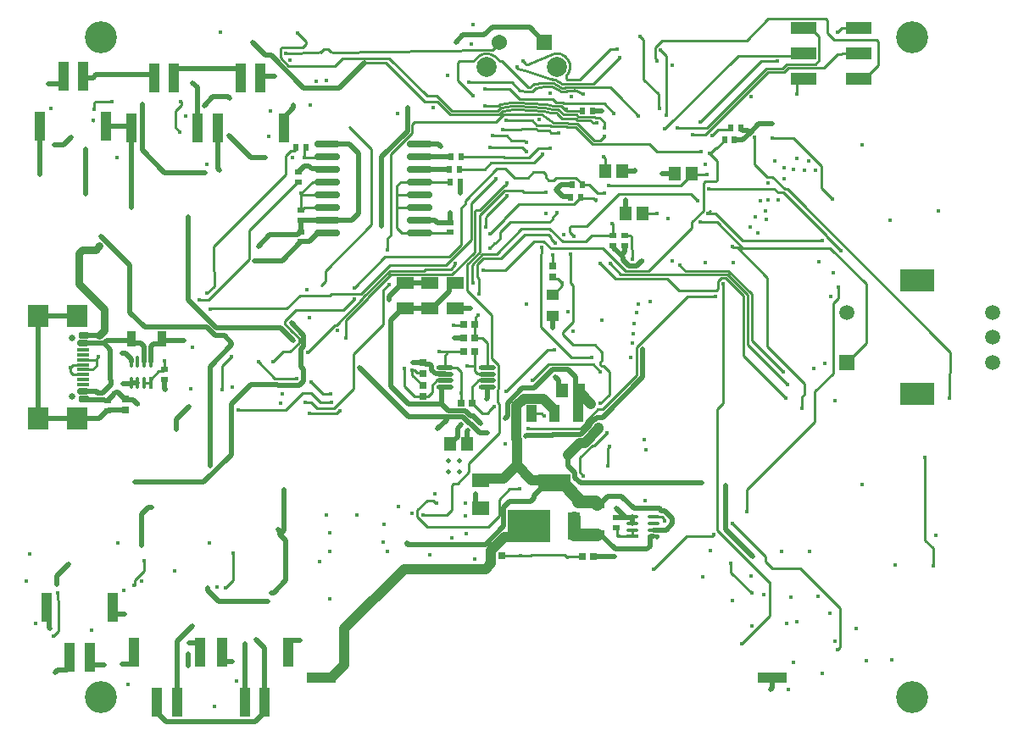
<source format=gbl>
G04*
G04 #@! TF.GenerationSoftware,Altium Limited,Altium Designer,22.1.2 (22)*
G04*
G04 Layer_Physical_Order=4*
G04 Layer_Color=16711680*
%FSLAX44Y44*%
%MOMM*%
G71*
G04*
G04 #@! TF.SameCoordinates,580B55D7-DBA2-4C77-87B0-4A933D30A280*
G04*
G04*
G04 #@! TF.FilePolarity,Positive*
G04*
G01*
G75*
%ADD14C,0.2540*%
%ADD15R,0.7500X0.6500*%
%ADD20R,0.6500X0.7500*%
%ADD21R,0.6400X0.5400*%
%ADD28R,0.3750X1.1565*%
G04:AMPARAMS|DCode=29|XSize=1.1565mm|YSize=0.375mm|CornerRadius=0.1875mm|HoleSize=0mm|Usage=FLASHONLY|Rotation=90.000|XOffset=0mm|YOffset=0mm|HoleType=Round|Shape=RoundedRectangle|*
%AMROUNDEDRECTD29*
21,1,1.1565,0.0000,0,0,90.0*
21,1,0.7815,0.3750,0,0,90.0*
1,1,0.3750,0.0000,0.3908*
1,1,0.3750,0.0000,-0.3908*
1,1,0.3750,0.0000,-0.3908*
1,1,0.3750,0.0000,0.3908*
%
%ADD29ROUNDEDRECTD29*%
%ADD37R,0.5400X0.6400*%
%ADD38R,0.9000X1.6500*%
%ADD43R,1.2000X1.1000*%
%ADD44R,1.8000X1.3500*%
%ADD45R,0.6500X0.5500*%
%ADD46R,0.5500X0.6500*%
%ADD95C,0.6500*%
%ADD99R,1.5400X1.5400*%
%ADD100C,1.5400*%
%ADD101C,2.0000*%
%ADD104C,0.5000*%
%ADD106C,0.5080*%
%ADD108C,0.7620*%
%ADD110C,1.0000*%
%ADD111R,3.5000X2.3000*%
%ADD112R,1.5000X1.5000*%
%ADD113C,1.5000*%
%ADD114C,3.2000*%
%ADD115C,0.4500*%
%ADD116C,0.4000*%
%ADD117R,2.5400X1.2700*%
%ADD118R,1.1500X0.3000*%
G04:AMPARAMS|DCode=119|XSize=0.6mm|YSize=1.15mm|CornerRadius=0.15mm|HoleSize=0mm|Usage=FLASHONLY|Rotation=90.000|XOffset=0mm|YOffset=0mm|HoleType=Round|Shape=RoundedRectangle|*
%AMROUNDEDRECTD119*
21,1,0.6000,0.8500,0,0,90.0*
21,1,0.3000,1.1500,0,0,90.0*
1,1,0.3000,0.4250,0.1500*
1,1,0.3000,0.4250,-0.1500*
1,1,0.3000,-0.4250,-0.1500*
1,1,0.3000,-0.4250,0.1500*
%
%ADD119ROUNDEDRECTD119*%
G04:AMPARAMS|DCode=120|XSize=0.6mm|YSize=1.1mm|CornerRadius=0.15mm|HoleSize=0mm|Usage=FLASHONLY|Rotation=90.000|XOffset=0mm|YOffset=0mm|HoleType=Round|Shape=RoundedRectangle|*
%AMROUNDEDRECTD120*
21,1,0.6000,0.8000,0,0,90.0*
21,1,0.3000,1.1000,0,0,90.0*
1,1,0.3000,0.4000,0.1500*
1,1,0.3000,0.4000,-0.1500*
1,1,0.3000,-0.4000,-0.1500*
1,1,0.3000,-0.4000,0.1500*
%
%ADD120ROUNDEDRECTD120*%
%ADD121R,2.0000X2.1800*%
%ADD122R,1.0000X3.0000*%
%ADD123R,3.0000X1.0000*%
%ADD124O,1.7000X0.4500*%
%ADD125R,1.1565X0.3750*%
G04:AMPARAMS|DCode=126|XSize=1.1565mm|YSize=0.375mm|CornerRadius=0.1875mm|HoleSize=0mm|Usage=FLASHONLY|Rotation=0.000|XOffset=0mm|YOffset=0mm|HoleType=Round|Shape=RoundedRectangle|*
%AMROUNDEDRECTD126*
21,1,1.1565,0.0000,0,0,0.0*
21,1,0.7815,0.3750,0,0,0.0*
1,1,0.3750,0.3908,0.0000*
1,1,0.3750,-0.3908,0.0000*
1,1,0.3750,-0.3908,0.0000*
1,1,0.3750,0.3908,0.0000*
%
%ADD126ROUNDEDRECTD126*%
%ADD127R,1.2000X1.4000*%
%ADD128R,1.6500X0.9000*%
%ADD129R,1.7062X1.1544*%
%ADD130O,2.6000X0.7000*%
%ADD131R,1.1500X1.1000*%
%ADD132R,4.3500X3.2000*%
%ADD133R,3.2500X1.7000*%
%ADD134R,1.0000X1.7000*%
%ADD135C,1.2700*%
D14*
X299390Y675022D02*
G03*
X299485Y675113I-1706J1882D01*
G01*
X297617Y674256D02*
G03*
X299271Y674913I-52J2539D01*
G01*
X309409Y675219D02*
G03*
X311240Y674475I1796J1796D01*
G01*
X553067Y636749D02*
G03*
X553548Y636599I992J2338D01*
G01*
X530218Y644242D02*
G03*
X531535Y643902I4832J15996D01*
G01*
X544434Y650855D02*
G03*
X529891Y672464I-9384J9383D01*
G01*
X530756Y647682D02*
G03*
X533205Y647097I4294J12556D01*
G01*
X529734Y640802D02*
G03*
X529783Y640788I5316J19436D01*
G01*
X473670Y670240D02*
G03*
X456230Y670240I-8720J-10002D01*
G01*
X554529Y636348D02*
G03*
X554054Y636495I-986J-2341D01*
G01*
X437228Y665506D02*
G03*
X437227Y665506I1796J-1796D01*
G01*
X464950Y676948D02*
G03*
X464681Y676946I0J-16710D01*
G01*
X759940Y658690D02*
X764190Y662940D01*
X765690D01*
X744198Y658690D02*
X759940D01*
X766000Y659500D02*
X802000D01*
X761750Y655250D02*
X766000Y659500D01*
X745623Y655250D02*
X761750D01*
X765690Y662940D02*
X765750Y663000D01*
X793440D01*
X684663Y599155D02*
X744198Y658690D01*
X683178Y592805D02*
X745623Y655250D01*
X802000Y659500D02*
X815257Y672757D01*
X818807D01*
X793440Y663000D02*
X797038Y666598D01*
X655359Y599155D02*
X684663D01*
X670618Y592805D02*
X683178D01*
X716058Y671580D02*
X779378D01*
X642480Y598002D02*
X716058Y671580D01*
X775000Y633399D02*
Y643520D01*
X780080Y648600D02*
X781798D01*
X775000Y643520D02*
X780080Y648600D01*
X819400Y699400D02*
X836398D01*
X746290Y708290D02*
X803722D01*
X633150Y679745D02*
X636413Y683008D01*
X724500Y686500D02*
X746290Y708290D01*
X640250Y686500D02*
X724500D01*
X636758Y683008D02*
X640250Y686500D01*
X636413Y683008D02*
X636758D01*
X797038Y666598D02*
Y690510D01*
X788148Y699400D02*
X797038Y690510D01*
X781798Y699400D02*
X788148D01*
X818807Y672757D02*
X820051Y674000D01*
X836398D01*
X779378Y671580D02*
X781798Y674000D01*
X803722Y708290D02*
X805210Y706802D01*
Y694040D02*
Y706802D01*
Y694040D02*
X812250Y687000D01*
X854262D01*
X855750Y685512D01*
Y661602D02*
Y685512D01*
X842748Y648600D02*
X855750Y661602D01*
X836398Y648600D02*
X842748D01*
X633150Y668559D02*
Y679745D01*
Y668559D02*
X635169Y666540D01*
Y666010D02*
Y666540D01*
X815000Y695000D02*
X819400Y699400D01*
X720000Y84000D02*
X747250Y111250D01*
Y145648D01*
X701342Y324371D02*
Y443778D01*
X695290Y318318D02*
X701342Y324371D01*
X695290Y197460D02*
Y318318D01*
Y197460D02*
X747096Y145654D01*
X201000Y337500D02*
Y361001D01*
X210439Y370440D01*
X304764Y569795D02*
X305618Y570648D01*
X292945Y569795D02*
X304764D01*
X292400Y569250D02*
X292945Y569795D01*
X283250Y569250D02*
X292400D01*
X283000D02*
X283250D01*
X273929Y579180D02*
X274250Y579500D01*
X273929Y578820D02*
Y579180D01*
Y576524D02*
Y578820D01*
X269147Y576524D02*
X273929D01*
X264180Y571557D02*
X269147Y576524D01*
X264180Y552547D02*
Y571557D01*
X192446Y480813D02*
X264180Y552547D01*
X192446Y456079D02*
Y480813D01*
Y456079D02*
X192861Y455664D01*
Y441153D02*
Y455664D01*
X185486Y433777D02*
X192861Y441153D01*
X283000Y578250D02*
X284250Y579500D01*
X283000Y569250D02*
Y578250D01*
X187335Y427750D02*
X227680Y468094D01*
Y496930D01*
X276000Y545250D01*
X276500D01*
X178000Y427750D02*
X187335D01*
X37209Y96209D02*
Y127143D01*
X36604Y127748D02*
X37209Y127143D01*
X36604Y127748D02*
Y134473D01*
X548789Y444396D02*
Y473136D01*
Y444396D02*
X551533Y441652D01*
Y405614D02*
Y441652D01*
X546420Y400500D02*
X551533Y405614D01*
X677813Y505170D02*
X694816D01*
X720634Y479352D02*
X807756D01*
X686226Y513583D02*
X693417D01*
X694816Y505170D02*
X720634Y479352D01*
X720594Y486406D02*
X800433D01*
X693417Y513583D02*
X720594Y486406D01*
X686999Y538087D02*
X752290D01*
X755877Y534500D01*
X761218D01*
X614750Y379779D02*
X665626Y430654D01*
X614750Y351952D02*
Y379779D01*
X580498Y317699D02*
X614750Y351952D01*
X730742Y183742D02*
X743693Y170792D01*
Y165607D02*
Y170792D01*
X710307Y204177D02*
X730742Y183742D01*
X390250Y352393D02*
Y357250D01*
X401405Y354179D02*
X401643Y353942D01*
X392779Y356971D02*
X395571Y354179D01*
X390529Y356971D02*
X392779D01*
X395571Y354179D02*
X401405D01*
X390250Y357250D02*
X390529Y356971D01*
X390250Y352393D02*
X401143Y341500D01*
X401643D01*
X332048Y373318D02*
X361704Y402975D01*
Y437084D01*
X367274Y442654D01*
X332048Y338518D02*
Y373318D01*
X113068Y141659D02*
X113443Y142034D01*
Y147320D02*
X122842Y156719D01*
Y166750D01*
X113443Y142034D02*
Y147320D01*
X369318Y573090D02*
X390460Y594232D01*
Y602249D02*
X393238Y605027D01*
X390460Y594232D02*
Y602249D01*
X369318Y492113D02*
Y573090D01*
X375454Y532548D02*
X387923D01*
X397617D01*
X387923D02*
Y533018D01*
X375978Y519848D02*
X397617D01*
X375454Y541760D02*
X378943Y545248D01*
X375454Y532548D02*
Y541760D01*
X378943Y545248D02*
X397617D01*
X375454Y520372D02*
X375978Y519848D01*
X375454Y498985D02*
Y520372D01*
Y532548D01*
X365878Y488673D02*
X369318Y492113D01*
X261273Y375296D02*
X268424D01*
X270232Y396303D02*
X270324D01*
X268424Y375296D02*
X277570Y384443D01*
X262986Y405746D02*
X274393Y417153D01*
X277570Y384443D02*
Y389057D01*
X262986Y403550D02*
X270232Y396303D01*
X270324D02*
X277570Y389057D01*
X262986Y403550D02*
Y405746D01*
X71750Y605970D02*
Y606500D01*
X540105Y444250D02*
X540500D01*
X531368Y432654D02*
X540221Y441506D01*
Y443971D01*
X540500Y444250D01*
X532563Y448119D02*
X536236D01*
X530583Y450099D02*
X532563Y448119D01*
X536236D02*
X540105Y444250D01*
X530868Y432654D02*
X531368D01*
X732708Y562925D02*
Y590154D01*
X750065Y550433D02*
X762558Y537940D01*
X745200Y550433D02*
X750065D01*
X762558Y537940D02*
X765239D01*
X732708Y562925D02*
X745200Y550433D01*
X765239Y537940D02*
X928270Y374909D01*
Y354794D02*
Y374909D01*
X771127Y589000D02*
X799014Y561113D01*
Y539453D02*
X810000Y528467D01*
X799014Y539453D02*
Y561113D01*
X750000Y589000D02*
X771127D01*
X708500Y155000D02*
X729500Y134000D01*
X708500Y155000D02*
Y163750D01*
X72500Y617500D02*
Y623701D01*
X74049Y625250D01*
X90500D01*
X153750Y615750D02*
X159755Y621755D01*
Y625245D01*
X159500Y625500D02*
X159755Y625245D01*
X153750Y599769D02*
Y615750D01*
Y599769D02*
X158592Y594927D01*
X815250Y77250D02*
Y77780D01*
X818070Y80600D02*
Y118940D01*
X815250Y77780D02*
X818070Y80600D01*
X32500Y91500D02*
X37209Y96209D01*
X452889Y402420D02*
X453920Y403451D01*
Y409980D01*
X456045Y412105D01*
Y412500D01*
X452889Y388920D02*
Y402420D01*
X299271Y674913D02*
X299390Y675022D01*
X311240Y674475D02*
X311245Y674475D01*
X299485Y675113D02*
X302193Y677820D01*
X306807D02*
X309408Y675219D01*
X264354Y673720D02*
X297617Y674256D01*
X311245Y674475D02*
X464681Y676946D01*
X309408Y675219D02*
X309409Y675219D01*
X302193Y677820D02*
X306807D01*
X557908Y647069D02*
X588589Y677750D01*
X595500D01*
X470998Y591263D02*
X484773D01*
X489188Y586848D01*
X480750Y597250D02*
X499065D01*
X500211Y598396D01*
X489188Y586848D02*
X502532D01*
X500211Y598396D02*
X514272D01*
X484250Y606750D02*
X484290Y606790D01*
X510187D01*
X301336Y333000D02*
X308750D01*
X289244Y345093D02*
X301336Y333000D01*
X658200Y461614D02*
X663586Y456228D01*
X658200Y461614D02*
Y462050D01*
X663586Y456228D02*
X706499D01*
X463761Y500261D02*
Y509442D01*
X463750Y500250D02*
X463761Y500261D01*
X482939Y509034D02*
X497253Y523348D01*
X482939Y508189D02*
Y509034D01*
X468250Y493500D02*
X482939Y508189D01*
X497253Y523348D02*
X551862D01*
X506500Y298500D02*
X558092D01*
X563540Y303948D01*
X431960Y402210D02*
X441679D01*
X441889Y402420D01*
X431750Y402000D02*
X431960Y402210D01*
X520750Y572756D02*
Y573000D01*
X512066Y564072D02*
X520750Y572756D01*
X469477Y564072D02*
X512066D01*
X778329Y158681D02*
X818070Y118940D01*
X529019Y594500D02*
X537250D01*
X527258Y596261D02*
X529019Y594500D01*
X477345Y211387D02*
Y227845D01*
X466457Y200500D02*
X477345Y211387D01*
Y227845D02*
X487863Y238363D01*
X498070D01*
X288318Y314158D02*
X315170D01*
X317621Y316609D02*
X318016D01*
X315170Y314158D02*
X317621Y316609D01*
X295644Y318967D02*
X312497D01*
X299181Y324537D02*
X310190D01*
X289611Y325000D02*
X295644Y318967D01*
X312497D02*
X332048Y338518D01*
X631373Y158239D02*
X664384Y191250D01*
X689720D01*
X691406Y192936D02*
X691936D01*
X689720Y191250D02*
X691406Y192936D01*
X251752Y365775D02*
X261273Y375296D01*
X510538Y346962D02*
X526287Y362710D01*
X571169D01*
X526000Y377500D02*
X532596D01*
X484000Y335500D02*
X526000Y377500D01*
X447500Y263967D02*
X477734Y294201D01*
X469679Y369003D02*
X476655Y362027D01*
X475854Y324750D02*
Y337398D01*
Y324750D02*
X477734Y322869D01*
X475854Y337398D02*
X476655Y338200D01*
X477734Y294201D02*
Y322869D01*
X476655Y338200D02*
Y362027D01*
X571169Y362710D02*
X578596Y355283D01*
X435908Y243500D02*
X447500Y255092D01*
X430000Y242012D02*
X431488Y243500D01*
X430000Y217250D02*
Y242012D01*
X431488Y243500D02*
X435908D01*
X447500Y255092D02*
Y263967D01*
X425331Y212581D02*
X430000Y217250D01*
X405530Y200500D02*
X466457D01*
X395849Y210181D02*
X405530Y200500D01*
X401643Y212581D02*
X425331D01*
X521855Y311250D02*
X522250D01*
X519605Y313500D02*
X521855Y311250D01*
X510000Y313500D02*
X519605D01*
X578550Y323629D02*
X587480Y332559D01*
X576077Y317699D02*
X580498D01*
X563540Y305449D02*
X569771Y311680D01*
X570057D02*
X576077Y317699D01*
X569771Y311680D02*
X570057D01*
X563540Y303948D02*
Y305449D01*
X518736Y400496D02*
Y472759D01*
Y400496D02*
X549591Y369641D01*
X569519D01*
X572487Y282080D02*
X585233Y294826D01*
X558038Y255165D02*
Y269709D01*
X570409Y282080D02*
X572487D01*
X558038Y269709D02*
X570409Y282080D01*
X587480Y332559D02*
Y355283D01*
X561583Y251090D02*
Y251620D01*
X558038Y255165D02*
X561583Y251620D01*
X586039Y261276D02*
Y278713D01*
X587920Y280594D01*
Y281124D01*
X750619Y158681D02*
X778329D01*
X743693Y165607D02*
X750619Y158681D01*
X382393Y341147D02*
X393039Y330500D01*
X401643D01*
X468090Y478906D02*
X472864Y483680D01*
X473683D02*
X478127Y488125D01*
X472864Y483680D02*
X473683D01*
X499000Y172000D02*
X508987D01*
X480500D02*
X499000D01*
X411568Y226552D02*
X414120Y224000D01*
X414650D01*
X405318Y226552D02*
X411568D01*
X450089Y462224D02*
X460977Y473113D01*
X455205Y450325D02*
Y462476D01*
X461778Y469049D01*
X450089Y446850D02*
Y462224D01*
X451419Y444050D02*
Y445520D01*
X461865Y456900D02*
X483197D01*
X450089Y446850D02*
X451419Y445520D01*
X467736Y316358D02*
X471940Y320562D01*
X472164D01*
X445625Y462626D02*
X457780Y474780D01*
Y511917D01*
X482735Y536873D01*
X500493D02*
X500625Y536740D01*
X482735Y536873D02*
X500493D01*
X465031Y511376D02*
X484958Y531303D01*
X485042D01*
X463761Y509442D02*
X465031Y510712D01*
Y511376D01*
X463550Y621522D02*
X463650Y621422D01*
X476367D01*
X506052Y663012D02*
X508099Y663268D01*
X529891Y672464D01*
X503948Y663012D02*
X506052D01*
X503791Y663169D02*
X503948Y663012D01*
X495348Y658750D02*
Y660238D01*
X501061Y665899D02*
X503791Y663169D01*
X543468Y640160D02*
X543498Y640189D01*
X545728Y647069D02*
X546754Y647069D01*
X542724Y639416D02*
X543468Y640160D01*
X544922Y636749D02*
X553067D01*
X571888Y643629D02*
X597485Y669225D01*
X539195Y635976D02*
X544149D01*
X544240Y648557D02*
Y650661D01*
X542073Y643629D02*
X571888D01*
X588211Y640189D02*
X597587Y630813D01*
X536633Y637176D02*
X539195Y635976D01*
X540620Y639416D02*
X542724D01*
X529783Y640788D02*
X536633Y637176D01*
X533205Y647097D02*
X539939Y643600D01*
X553067Y636749D02*
X553067Y636749D01*
X544149Y635976D02*
X544922Y636749D01*
X539939Y643600D02*
X542043Y643600D01*
X522306Y640802D02*
X529734D01*
X542043Y643600D02*
X542073Y643629D01*
X546754Y647069D02*
X557908D01*
X544240Y650661D02*
X544434Y650855D01*
X544240Y648557D02*
X545728Y647069D01*
X531535Y643902D02*
X538514Y640160D01*
X540620Y639416D01*
X543498Y640189D02*
X588211D01*
X512291Y642856D02*
X520881Y644242D01*
X502693Y656390D02*
X530756Y647682D01*
X520881Y644242D02*
X530218D01*
X513716Y639416D02*
X522306Y640802D01*
X495348Y658750D02*
X502693Y656390D01*
X510305Y636005D02*
X513716Y639416D01*
X532558Y626324D02*
X534046Y624836D01*
X497960Y628098D02*
X531070D01*
X487652Y638406D02*
X497960Y628098D01*
X541138Y624836D02*
X542137Y623836D01*
X532558Y626324D02*
Y626611D01*
X531070Y628098D02*
X531814Y627355D01*
X532558Y626611D01*
X534046Y624836D02*
X541138D01*
X542137Y623836D02*
X582054D01*
X509800Y172814D02*
X542656D01*
X545470Y170000D01*
X508987Y172000D02*
X509800Y172814D01*
X559875Y170375D02*
X560500Y171000D01*
X546000Y170000D02*
X546375Y170375D01*
X545470Y170000D02*
X546000D01*
X546375Y170375D02*
X559875D01*
X596750Y190920D02*
X610517D01*
X594851D02*
X596750D01*
X594851D02*
Y199319D01*
X725000Y216021D02*
Y237446D01*
X519755Y612976D02*
X531796Y604286D01*
X544580Y600846D02*
X545140Y600285D01*
X531796Y604286D02*
X546004D01*
X529319Y600846D02*
X544580D01*
X546004Y604286D02*
X546565Y603725D01*
X582274Y599530D02*
Y604868D01*
Y599530D02*
X582649Y599155D01*
X555304Y607165D02*
X568252D01*
X571136Y604281D01*
X574984D01*
X572799Y610605D02*
X573928Y609476D01*
X577666D02*
X582274Y604868D01*
X574984Y604281D02*
X575359Y603906D01*
X573928Y609476D02*
X577666D01*
X556729Y610605D02*
X572799D01*
X578526Y586731D02*
X582701Y590906D01*
X582920D01*
X572084Y586731D02*
X578526D01*
X204322Y139633D02*
X211408Y146719D01*
Y174357D01*
X439639Y323920D02*
Y334434D01*
Y333450D02*
Y355597D01*
X739265Y666010D02*
X755000D01*
X678653Y605398D02*
X739265Y666010D01*
X500661Y579800D02*
X505000Y575461D01*
X468011Y579800D02*
X500661D01*
X504909Y584471D02*
X505000D01*
X502532Y586848D02*
X504909Y584471D01*
X507307Y569891D02*
X516510Y579094D01*
X439236Y570560D02*
X481721D01*
X463535Y558130D02*
X469477Y564072D01*
X516510Y579094D02*
X518614D01*
X518807Y578901D01*
X481721Y570560D02*
X482389Y569891D01*
X507307D01*
X473870Y548456D02*
Y548544D01*
X449449Y524035D02*
X473870Y548456D01*
X494477Y617853D02*
X495838Y617779D01*
X495977Y621218D02*
X521607Y619856D01*
X489148Y624810D02*
X496082D01*
X495838Y617779D02*
X521180Y616416D01*
X524189Y623134D02*
X532177Y621396D01*
X523090Y623226D02*
X524189Y623134D01*
X529327Y614516D02*
X534759D01*
X490573Y621370D02*
X494657D01*
X522674Y619786D02*
X530752Y617956D01*
X479596Y619785D02*
X490573Y621370D01*
X474567Y605027D02*
X481900Y612360D01*
X494657Y621370D02*
X495034Y621294D01*
X496535Y624659D02*
X523090Y623226D01*
X481900Y612360D02*
X515141Y612976D01*
X532177Y621396D02*
X539018D01*
X493232Y617930D02*
X494477Y617853D01*
X463500Y638406D02*
X487652D01*
X491998Y617930D02*
X493232Y617930D01*
X495034Y621294D02*
X495977Y621218D01*
X478171Y623225D02*
X489148Y624810D01*
X496082D02*
X496535Y624659D01*
X515141Y612976D02*
X519755D01*
X481021Y616345D02*
X491998Y617930D01*
X521180Y616416D02*
X529327Y614516D01*
X521607Y619856D02*
X522674Y619786D01*
X530752Y617956D02*
X536184D01*
X508136Y640189D02*
X511664Y642453D01*
X512291Y642856D01*
X514272Y598396D02*
X516407Y596261D01*
X515141Y601836D02*
X528329D01*
X510187Y606790D02*
X515141Y601836D01*
X528329D02*
X529319Y600846D01*
X516407Y596261D02*
X527258D01*
X473670Y670240D02*
X478247Y666250D01*
X451653D02*
X456230Y670240D01*
X498281Y636720D02*
X505351Y636005D01*
X476367Y621422D02*
X478171Y623225D01*
X479970Y666250D02*
X506032Y640189D01*
X490250Y644750D02*
X498281Y636720D01*
X475762Y615952D02*
X479596Y619785D01*
X506032Y640189D02*
X508136Y640189D01*
X505351Y636005D02*
X510305D01*
X536184Y617956D02*
X536928Y617212D01*
X541794Y612346D01*
X480277Y615601D02*
X481021Y616345D01*
X534759Y614516D02*
X535503Y613772D01*
X539018Y621396D02*
X543266Y617147D01*
X477187Y612512D02*
X480277Y615601D01*
X478247Y666250D02*
X479970D01*
X535503Y613772D02*
X540369Y608906D01*
X437971Y666250D02*
X451653D01*
X544068Y616345D02*
Y617949D01*
X582054Y623836D02*
X582492Y623398D01*
X540369Y608906D02*
X553563D01*
X541794Y612346D02*
X554988D01*
X544068Y616345D02*
X560481D01*
X216747Y317408D02*
X264499D01*
X281441Y334350D01*
X598956Y452665D02*
X651953D01*
X609920Y478137D02*
X610359Y477698D01*
X652076Y452788D02*
X705074D01*
X725702Y432161D01*
X603709Y456105D02*
X626619D01*
X669920Y499406D01*
X581108Y478706D02*
X603709Y456105D01*
X651953Y452665D02*
X652076Y452788D01*
X588220Y463400D02*
X598956Y452665D01*
X610359Y467655D02*
Y477698D01*
X609920Y478137D02*
Y489918D01*
X528941Y478706D02*
X581108D01*
X578596Y463400D02*
X593604Y448392D01*
X644831D01*
X393238Y605027D02*
X474567D01*
X430174Y615952D02*
X475762D01*
X428749Y612512D02*
X477187D01*
X658762Y541748D02*
X669480Y552467D01*
X586420Y541748D02*
X658762D01*
X669480Y552467D02*
Y553467D01*
X581709Y570253D02*
X583484Y568478D01*
X581709Y570253D02*
Y570648D01*
X583484Y556345D02*
Y568478D01*
X640877Y210420D02*
X641127Y210171D01*
Y209086D02*
Y210171D01*
Y209086D02*
X643074Y207139D01*
Y206744D02*
Y207139D01*
X553548Y636599D02*
X554054Y636495D01*
X554535Y636345D02*
X561477Y633399D01*
X554529Y636348D02*
X554535Y636345D01*
X597587Y630151D02*
X616659Y611079D01*
X597587Y630151D02*
Y630813D01*
X621420Y647836D02*
X636500Y632756D01*
X617920Y690340D02*
X621420Y686840D01*
Y647836D02*
Y686840D01*
X638720Y677438D02*
X644670Y671488D01*
Y612251D02*
Y671488D01*
X553979Y549346D02*
X560420Y542906D01*
X534477Y549346D02*
X553979D01*
X560420Y542406D02*
Y542906D01*
X811301Y423801D02*
X816500Y429000D01*
X811301Y354065D02*
Y423801D01*
X816500Y429000D02*
Y439852D01*
X437228Y665506D02*
X437971Y666250D01*
X436483Y646435D02*
Y664762D01*
X464950Y676948D02*
X470188Y676948D01*
X436483Y664762D02*
X437227Y665506D01*
X470188Y676948D02*
X470552Y677312D01*
X477500Y684260D01*
X447389Y644750D02*
X490250D01*
X477500Y684260D02*
Y685138D01*
X553665Y600285D02*
X570659Y583291D01*
X627453D01*
X635282Y575461D01*
X555090Y603725D02*
X572084Y586731D01*
X546565Y603725D02*
X555090D01*
X545140Y600285D02*
X553665D01*
X554988Y612346D02*
X556729Y610605D01*
X553563Y608906D02*
X555304Y607165D01*
X414626Y631500D02*
X430174Y615952D01*
X415905Y625355D02*
X428749Y612512D01*
X405264Y631500D02*
X414626D01*
X403301Y625355D02*
X415905D01*
X364317Y664340D02*
X403301Y625355D01*
X342961Y664340D02*
X364317D01*
X320940Y669050D02*
X367714D01*
X405264Y631500D01*
X313280Y661390D02*
X320940Y669050D01*
X258784Y669113D02*
Y677802D01*
X266507Y661390D02*
X313280D01*
X258784Y669113D02*
X266507Y661390D01*
X258784Y677802D02*
X260272Y679290D01*
X280777D01*
X284885Y683398D01*
Y685502D01*
X276256Y694131D02*
X284885Y685502D01*
X341491Y429613D02*
X368218Y456340D01*
X346674Y429931D02*
X369105Y452362D01*
X430497D01*
X339810Y433565D02*
X368105Y461860D01*
X309933Y433565D02*
X339810D01*
X341491Y428992D02*
Y429613D01*
X346674Y429310D02*
Y429931D01*
X313375Y402265D02*
X314765D01*
X341491Y428992D01*
X324244Y406879D02*
X346674Y429310D01*
X368105Y461860D02*
X424240D01*
X368218Y456340D02*
X402527D01*
X286260Y375150D02*
X313375Y402265D01*
X547554Y495213D02*
Y499418D01*
Y495213D02*
X551829Y490938D01*
X564092Y485368D02*
X570131Y491406D01*
X527646Y498400D02*
X540679Y485368D01*
X564092D01*
X499924Y498400D02*
X527646D01*
X547554Y499418D02*
X549042Y500906D01*
X564920D01*
X474636Y473113D02*
X499924Y498400D01*
X596990Y532976D02*
X669219D01*
X564920Y500906D02*
X596990Y532976D01*
X725702Y382189D02*
Y432161D01*
X706499Y456228D02*
X729766Y432962D01*
X656775Y436448D02*
X694284D01*
X695772Y446085D02*
X699035Y449348D01*
X729766Y386319D02*
Y432962D01*
X695772Y437936D02*
Y446085D01*
X694284Y436448D02*
X695772Y437936D01*
X721638Y371586D02*
Y431360D01*
X703649Y449348D02*
X721638Y431360D01*
X699035Y449348D02*
X703649D01*
X417819Y375420D02*
X426189D01*
X804166Y491137D02*
Y491553D01*
Y491137D02*
X818462Y476840D01*
X761218Y534500D02*
X804166Y491553D01*
X807756Y479352D02*
X844039Y443069D01*
X188736Y418532D02*
X265022D01*
X188587Y418383D02*
X188736Y418532D01*
X75428Y368975D02*
X76916Y370463D01*
Y370858D01*
X75428Y367500D02*
Y368975D01*
Y361474D02*
Y367500D01*
X61800D02*
X75428D01*
X71454Y357500D02*
X75428Y361474D01*
X143385Y357525D02*
Y366442D01*
X129342Y347924D02*
X137514Y356095D01*
X141955D02*
X143385Y357525D01*
X129342Y344266D02*
Y347924D01*
X137514Y356095D02*
X141955D01*
X122842Y344266D02*
X129342D01*
X467736Y315995D02*
Y316358D01*
X450639Y323420D02*
X452619Y321440D01*
X460559Y314000D02*
X465741D01*
X453119Y321440D02*
X460559Y314000D01*
X452619Y321440D02*
X453119D01*
X465741Y314000D02*
X467736Y315995D01*
X450639Y323420D02*
Y323920D01*
Y340524D01*
X435552Y359684D02*
X439639Y355597D01*
X436483Y646435D02*
X451419Y631500D01*
X332618Y439560D02*
X363466Y470408D01*
X427924D01*
X365878Y477641D02*
Y488673D01*
X669219Y532976D02*
X675850Y526345D01*
X321776Y417153D02*
X332618Y427995D01*
X324244Y388920D02*
Y406879D01*
X278355Y431865D02*
X308233D01*
X309933Y433565D01*
X274393Y417153D02*
X321776D01*
X696383Y597644D02*
X707622D01*
X708883Y598906D01*
X690085Y591346D02*
X696383Y597644D01*
X689477Y575022D02*
X693531Y579075D01*
X687920Y574318D02*
Y575022D01*
X687481Y573879D02*
X687920Y574318D01*
Y575022D02*
X689477D01*
X687481Y573879D02*
X695133Y566227D01*
X635282Y575461D02*
X679475D01*
X518807Y578901D02*
X527991D01*
X527996Y578906D01*
X484925Y543393D02*
Y543788D01*
X483437Y541905D02*
X484925Y543393D01*
X483437Y541823D02*
Y541905D01*
X482821Y541823D02*
X483437D01*
X449449Y487068D02*
Y524035D01*
X502349Y535015D02*
X523973D01*
X500625Y536740D02*
X502349Y535015D01*
X458442Y517445D02*
X482821Y541823D01*
X483887Y558200D02*
X492741Y549346D01*
X531717Y546586D02*
X534477Y549346D01*
X492741D02*
X506311D01*
X511750Y554785D01*
X521825D02*
X523840Y552770D01*
X511750Y554785D02*
X521825D01*
X527103Y546586D02*
X531717D01*
X523840Y549849D02*
X527103Y546586D01*
X523840Y549849D02*
Y552770D01*
X475100Y558200D02*
X483887D01*
X454377Y517445D02*
X458442D01*
X452889Y515957D02*
X454377Y517445D01*
X452889Y474754D02*
Y515957D01*
X478127Y494720D02*
X488378Y504970D01*
X478127Y488125D02*
Y494720D01*
X488378Y504970D02*
X527860D01*
X479109Y469049D02*
X502839Y492778D01*
X445625Y436311D02*
X469679Y412256D01*
X483197Y456900D02*
X511966Y485669D01*
X461778Y469049D02*
X479109D01*
X521978Y485669D02*
X528941Y478706D01*
X457213Y433672D02*
Y448317D01*
X460977Y473113D02*
X474636D01*
X526329Y492778D02*
X528992Y490116D01*
X455205Y450325D02*
X457213Y448317D01*
X502839Y492778D02*
X526329D01*
X511966Y485669D02*
X521978D01*
X445625Y436311D02*
Y462626D01*
X528992Y488450D02*
Y490116D01*
Y488450D02*
X533165Y484276D01*
X430497Y452362D02*
X452889Y474754D01*
X424240Y461860D02*
X449449Y487068D01*
X439850Y482335D02*
Y519504D01*
X427924Y470408D02*
X439850Y482335D01*
X431268Y459370D02*
Y460616D01*
X433658Y463005D01*
Y463400D01*
X429472Y457574D02*
X431268Y459370D01*
X403761Y457574D02*
X429472D01*
X402527Y456340D02*
X403761Y457574D01*
X281441Y334350D02*
X289368D01*
X283729Y325000D02*
X289611D01*
X289368Y334350D02*
X299181Y324537D01*
X253556Y348934D02*
X275000D01*
X236714Y365775D02*
X253556Y348934D01*
X265022Y418532D02*
X278355Y431865D01*
X693645Y545619D02*
X695133Y547107D01*
X683207Y545619D02*
X693645D01*
X695133Y547107D02*
Y566227D01*
X669971Y552976D02*
X684982D01*
X681420Y543832D02*
X683207Y545619D01*
X681420Y516654D02*
Y543832D01*
X669920Y505154D02*
X681420Y516654D01*
X686226Y513978D02*
X688192Y515944D01*
X669920Y499406D02*
Y505154D01*
X688192Y515944D02*
Y516345D01*
X686226Y513583D02*
Y513978D01*
X608432Y491406D02*
X609920Y489918D01*
X602920Y491406D02*
X608432D01*
X530750Y471710D02*
X530917Y471877D01*
X530750Y461266D02*
Y471710D01*
X519930Y473954D02*
Y479839D01*
X530583Y461099D02*
X530750Y461266D01*
X518736Y472759D02*
X519930Y473954D01*
X551862Y523348D02*
X558587Y530074D01*
X710000Y480000D02*
X715121D01*
X279626Y517404D02*
X280126Y516904D01*
X283071Y519848D02*
X305618D01*
X280126Y516904D02*
X283071Y519848D01*
X279626Y517404D02*
Y533898D01*
X290918Y545190D01*
X305559D01*
X305618Y545248D01*
X280976Y532548D02*
X305618D01*
X279626Y533898D02*
X280976Y532548D01*
X423615Y359684D02*
X435552D01*
X423615D02*
Y371910D01*
X424769Y373064D01*
Y374000D01*
X426189Y375420D01*
X441889D01*
X397617Y494448D02*
X397730Y494561D01*
X428707D01*
X428819Y494674D01*
X379991Y494448D02*
X397617D01*
X375454Y498985D02*
X379991Y494448D01*
X397617Y545248D02*
X397659Y545290D01*
X428819D01*
X428861Y545332D01*
X610517Y190920D02*
Y197420D01*
X594500Y199670D02*
X594851Y199319D01*
X620784Y513388D02*
X620790Y513382D01*
X635359D01*
X710000Y480000D02*
Y480936D01*
X715121Y480000D02*
X745394Y449727D01*
Y380356D02*
Y449727D01*
Y380356D02*
X782514Y343236D01*
Y332934D02*
Y343236D01*
X779819Y330239D02*
X782514Y332934D01*
X779819Y319000D02*
Y330239D01*
X844039Y384039D02*
Y443069D01*
X825000Y365000D02*
X844039Y384039D01*
X51550Y352500D02*
X61800D01*
X48752Y355298D02*
X51550Y352500D01*
X48752Y355298D02*
Y359799D01*
X51453Y362500D01*
X61800D01*
Y357500D02*
X71454D01*
X437519Y558130D02*
X463535D01*
X631534Y210420D02*
X640877D01*
X644831Y448392D02*
X656775Y436448D01*
X721638Y371586D02*
X764130Y329094D01*
X725702Y382189D02*
X765391Y342500D01*
X582492Y623398D02*
X591984Y613906D01*
X927085Y353608D02*
X928270Y354794D01*
X927085Y329094D02*
Y353608D01*
X902630Y187162D02*
Y270000D01*
Y187162D02*
X910924Y178868D01*
Y161886D02*
Y178868D01*
X792828Y335592D02*
X811301Y354065D01*
X792828Y305273D02*
Y335592D01*
X725000Y237446D02*
X792828Y305273D01*
X729766Y386319D02*
X760802Y355283D01*
X636500Y619934D02*
Y632756D01*
X469679Y369003D02*
Y412256D01*
X401643Y330500D02*
X402143Y331000D01*
X406155D01*
X410618Y335463D01*
Y342186D01*
X415115Y346684D01*
X423615D01*
X382393Y341147D02*
Y359000D01*
X395849Y217083D02*
X405318Y226552D01*
X395849Y210181D02*
Y217083D01*
X578146Y362564D02*
Y364668D01*
X580359Y366881D02*
Y375061D01*
X572920Y382500D02*
X580359Y375061D01*
X540972Y392948D02*
X551420Y382500D01*
X540972Y392948D02*
Y395052D01*
X581687Y361076D02*
X587480Y355283D01*
X579634Y361076D02*
X581687D01*
X578146Y362564D02*
X579634Y361076D01*
X578146Y364668D02*
X580359Y366881D01*
X551420Y382500D02*
X572920D01*
X540972Y395052D02*
X546420Y400500D01*
X452889Y388920D02*
X460695D01*
X465615Y384000D01*
Y359684D02*
Y384000D01*
X450639Y340524D02*
X456799Y346684D01*
X465615D01*
X665626Y430654D02*
X693624D01*
X465240Y353559D02*
X465615Y353184D01*
X455833Y353559D02*
X465240D01*
X452889Y356503D02*
X455833Y353559D01*
X452889Y356503D02*
Y361108D01*
X452723Y361275D02*
X452889Y361108D01*
X445519Y361275D02*
X452723D01*
X452889Y361108D02*
Y375420D01*
X527860Y504970D02*
X530604Y507714D01*
Y509510D01*
X535296Y514202D01*
X560420Y542406D02*
X567098D01*
X575404Y534101D01*
X582850D01*
X443519Y526619D02*
X475100Y558200D01*
X443519Y523173D02*
Y526619D01*
X439850Y519504D02*
X443519Y523173D01*
X558587Y530074D02*
X559755Y528906D01*
X571702D01*
X574263Y526345D01*
X590890Y491937D02*
X591420Y491406D01*
X590890Y491937D02*
Y503118D01*
X570131Y491406D02*
X591420D01*
X702420Y586906D02*
Y587406D01*
X694589Y579075D02*
X702420Y586906D01*
X693531Y579075D02*
X694589D01*
X327758Y600007D02*
X350000Y577765D01*
Y502406D02*
Y577765D01*
X304118Y445787D02*
Y456524D01*
X300000Y441670D02*
X304118Y445787D01*
Y456524D02*
X350000Y502406D01*
D15*
X401643Y353942D02*
D03*
Y364942D02*
D03*
Y330500D02*
D03*
Y341500D02*
D03*
X530583Y461099D02*
D03*
Y450099D02*
D03*
X103884Y317408D02*
D03*
Y328408D02*
D03*
D20*
X452889Y388920D02*
D03*
X441889D02*
D03*
Y375420D02*
D03*
X452889D02*
D03*
X439639Y323920D02*
D03*
X450639D02*
D03*
X441889Y402420D02*
D03*
X452889D02*
D03*
X560500Y171000D02*
D03*
X571500D02*
D03*
X469500Y172000D02*
D03*
X480500D02*
D03*
D21*
X143385Y357525D02*
D03*
Y347525D02*
D03*
X602920Y481406D02*
D03*
Y491406D02*
D03*
X591420Y481406D02*
D03*
Y491406D02*
D03*
X594500Y199670D02*
D03*
Y209670D02*
D03*
X279456Y485448D02*
D03*
Y495448D02*
D03*
X279626Y506904D02*
D03*
Y516904D02*
D03*
X428819Y504674D02*
D03*
Y494674D02*
D03*
X86000Y326616D02*
D03*
Y316616D02*
D03*
D28*
X129342Y344266D02*
D03*
D29*
X122842D02*
D03*
X116342D02*
D03*
X109842D02*
D03*
Y365283D02*
D03*
X116342D02*
D03*
X122842D02*
D03*
X129342D02*
D03*
D37*
X718883Y598906D02*
D03*
X708883D02*
D03*
X712420Y587406D02*
D03*
X702420D02*
D03*
X548587Y530074D02*
D03*
X558587D02*
D03*
X550420Y542406D02*
D03*
X560420D02*
D03*
X570481Y616345D02*
D03*
X560481D02*
D03*
X438861Y545332D02*
D03*
X428861D02*
D03*
D38*
X110345Y388380D02*
D03*
X140845D02*
D03*
D43*
X530868Y432654D02*
D03*
Y411653D02*
D03*
D44*
X458750Y219000D02*
D03*
Y247000D02*
D03*
D45*
X276500Y555250D02*
D03*
Y545250D02*
D03*
D46*
X284250Y579500D02*
D03*
X274250D02*
D03*
X437519Y558130D02*
D03*
X427519D02*
D03*
X439236Y570560D02*
D03*
X429236D02*
D03*
D95*
X51050Y388900D02*
D03*
Y331100D02*
D03*
D99*
X522500Y685138D02*
D03*
D100*
X477500D02*
D03*
D101*
X535050Y660238D02*
D03*
X464950D02*
D03*
D104*
X426519Y255802D02*
D03*
Y266802D02*
D03*
X437519Y255802D02*
D03*
Y266802D02*
D03*
D106*
X35250Y150902D02*
X47848Y163500D01*
X35250Y143250D02*
Y150902D01*
X282750Y561000D02*
X287370D01*
X277210Y555460D02*
X282750Y561000D01*
X290055Y558316D02*
X305250D01*
X276710Y555460D02*
X277210D01*
X287370Y561000D02*
X290055Y558316D01*
X276500Y555250D02*
X276710Y555460D01*
X305250Y558316D02*
X305618Y557948D01*
X145062Y5584D02*
X233990D01*
X135645Y15000D02*
Y25000D01*
Y15000D02*
X145062Y5584D01*
X243406Y25000D02*
Y79282D01*
Y15000D02*
Y25000D01*
X233990Y5584D02*
X243406Y15000D01*
X621000Y350250D02*
Y378151D01*
X621049Y378201D01*
X580690Y309940D02*
X621000Y350250D01*
X155645Y25000D02*
Y86395D01*
X170750Y101500D01*
X608250Y178000D02*
X625000D01*
X593830D02*
X608250D01*
X369250Y406923D02*
X380859Y418532D01*
X369250Y398552D02*
Y406923D01*
X380859Y418532D02*
X383618D01*
X407854D01*
X369250Y341000D02*
Y398552D01*
X386810Y323440D02*
X419587D01*
X369250Y341000D02*
X386810Y323440D01*
X64350Y533100D02*
Y578400D01*
X34000Y54750D02*
X36868Y57618D01*
X45999D01*
X48459Y60078D01*
Y70078D01*
X385750Y596184D02*
Y619250D01*
X360308Y570741D02*
X385750Y596184D01*
X360308Y501115D02*
Y570741D01*
X194876Y399468D02*
X259282D01*
X269765Y404648D02*
X282280Y392132D01*
X259282Y399468D02*
X272000Y386750D01*
X282280Y380843D02*
Y392132D01*
X279420Y377983D02*
X282280Y380843D01*
X397617Y583348D02*
X416902D01*
X419500Y580750D01*
X77785Y308900D02*
X85500Y316616D01*
X418750Y558040D02*
X427348D01*
X397708D02*
X418750D01*
X419750Y570604D02*
X429112D01*
X397662D02*
X419750D01*
X120750Y577267D02*
Y623000D01*
Y577267D02*
X143361Y554656D01*
X85062Y600500D02*
X108651D01*
X109811Y599340D01*
X207000Y630250D02*
X208250Y629000D01*
X191562Y630250D02*
X207000D01*
X504000Y290750D02*
X504910Y291660D01*
X530002D01*
X531342Y293000D01*
X453750Y223210D02*
Y233750D01*
X457960Y219000D02*
X458750D01*
X453750Y223210D02*
X457960Y219000D01*
X458750D02*
X458750Y219000D01*
X91459Y115460D02*
Y120078D01*
X68459Y64680D02*
Y70078D01*
X27919Y100081D02*
X29000Y99000D01*
X27919Y100081D02*
Y117618D01*
X25459Y120078D02*
X27919Y117618D01*
X68459Y64680D02*
X70919Y62220D01*
X82638D01*
X91459Y115460D02*
X93919Y113000D01*
X103750D01*
X89200Y359250D02*
Y377500D01*
Y347862D02*
Y359250D01*
X465615Y328865D02*
Y339894D01*
X465250Y328500D02*
X465615Y328865D01*
X207500Y591250D02*
X229388Y569362D01*
X243606D01*
X101351Y343601D02*
X109177D01*
X109842Y344266D02*
X116342D01*
X109177Y343601D02*
X109842Y344266D01*
X101250Y343500D02*
X101351Y343601D01*
X96542Y335250D02*
X102674Y329118D01*
X103174D01*
X103884Y328408D01*
X92514Y333264D02*
X94500Y335250D01*
X86660Y326776D02*
X92514Y332629D01*
X94500Y335250D02*
X96542D01*
X92514Y332629D02*
Y333264D01*
X600484Y556345D02*
X612845D01*
X613250Y556750D01*
X457809Y294614D02*
X465615D01*
X448142Y303590D02*
X448833D01*
X445519Y296269D02*
X446000Y296750D01*
X445519Y283052D02*
Y296269D01*
X441352Y310380D02*
X448142Y303590D01*
X448833D02*
X457809Y294614D01*
X391442Y364942D02*
X401643D01*
X391250Y364750D02*
X391442Y364942D01*
X143385Y338865D02*
Y347525D01*
Y338865D02*
X144250Y338000D01*
X85062Y600500D02*
Y610500D01*
X703467Y198033D02*
Y241217D01*
X703750Y241500D01*
X703467Y198033D02*
X730750Y170750D01*
X487756Y226000D02*
X509130D01*
X463607Y182910D02*
X482055Y201358D01*
Y220299D02*
X487756Y226000D01*
X482055Y201358D02*
Y220299D01*
X386090Y182910D02*
X463607D01*
X385000Y184000D02*
X386090Y182910D01*
X186250Y137137D02*
Y139250D01*
Y137137D02*
X197409Y125978D01*
X182651Y621340D02*
X191562Y630250D01*
X101000Y63355D02*
X110185D01*
X112645Y65815D01*
Y75000D01*
X167750Y84250D02*
X176185D01*
X178645Y75000D02*
Y81790D01*
X176185Y84250D02*
X178645Y81790D01*
X202867Y66000D02*
X211000D01*
X200407Y68460D02*
X202867Y66000D01*
X200407Y68460D02*
Y75000D01*
X268867Y87250D02*
X278657D01*
X266407Y84790D02*
X268867Y87250D01*
X266407Y75000D02*
Y84790D01*
X272250Y619376D02*
Y621750D01*
X262214Y599340D02*
Y609340D01*
X272250Y619376D01*
X196214Y558786D02*
X198000Y557000D01*
X196214Y558786D02*
Y599340D01*
X170750Y644500D02*
X175811Y639439D01*
Y599340D02*
Y639439D01*
X109811Y519439D02*
X110000Y519250D01*
X109811Y519439D02*
Y599340D01*
X19062Y553062D02*
Y600500D01*
X419750Y323603D02*
Y339894D01*
X420040Y340184D02*
X423615D01*
X419750Y339894D02*
X420040Y340184D01*
X485843Y311343D02*
Y324278D01*
X500564Y339000D02*
X512250D01*
X485843Y324278D02*
X500564Y339000D01*
X556000Y336779D02*
X558000Y334780D01*
X553540Y339240D02*
X556000Y336779D01*
X545750Y358000D02*
X553540Y350210D01*
Y339240D02*
Y350210D01*
X531250Y358000D02*
X545750D01*
X512250Y339000D02*
X531250Y358000D01*
X536540Y340240D02*
Y346710D01*
X533087Y350163D02*
X536540Y346710D01*
X483500Y309000D02*
X485843Y311343D01*
X42265Y582265D02*
X50250Y590250D01*
X33125Y582265D02*
X42265D01*
X426667Y316360D02*
X443749D01*
X419587Y323440D02*
X426667Y316360D01*
X424190Y310380D02*
X441352D01*
X386881Y310420D02*
X424150D01*
X424190Y310380D01*
X424753Y307253D02*
Y310380D01*
X443749Y316360D02*
X443789Y316400D01*
X435709Y298842D02*
X439463Y302596D01*
X415750Y298250D02*
X424753Y307253D01*
X419587Y323440D02*
X419750Y323603D01*
X380827Y316475D02*
X386881Y310420D01*
X380827Y316475D02*
X380827D01*
X337618Y359684D02*
X380827Y316475D01*
X428519Y284052D02*
X431979Y287512D01*
X432733D01*
X435709Y290487D02*
Y298842D01*
X432733Y287512D02*
X435709Y290487D01*
X428519Y283052D02*
Y284052D01*
X750000Y39250D02*
Y50000D01*
X748750Y38000D02*
X750000Y39250D01*
X571500Y171000D02*
X592923D01*
X593020Y171098D01*
X509130Y226000D02*
X512106Y228976D01*
Y231356D01*
X571722Y306970D02*
X572008D01*
X559253Y293000D02*
X568250Y301997D01*
X574978Y309940D02*
X580690D01*
X568250Y303498D02*
X571722Y306970D01*
X572008D02*
X574978Y309940D01*
X568250Y301997D02*
Y303498D01*
X536540Y340240D02*
X540000Y336780D01*
X531342Y293000D02*
X559253D01*
X410612Y418532D02*
X427626Y435546D01*
Y440818D01*
X430858Y444050D02*
X433617D01*
X407854Y418532D02*
X410612D01*
X427626Y440818D02*
X430858Y444050D01*
X546029Y261609D02*
Y272529D01*
X553060Y249940D02*
Y254578D01*
X546029Y261609D02*
X553060Y254578D01*
Y249940D02*
X558750Y244250D01*
X680250D01*
X512106Y231356D02*
X518291Y237541D01*
X452258Y310425D02*
X458683Y304000D01*
X452258Y310425D02*
Y311381D01*
X443789Y316400D02*
X448808Y311381D01*
X452258D01*
X530868Y399571D02*
Y411653D01*
X628292Y181292D02*
Y190255D01*
X628957Y190920D02*
X631534D01*
X625000Y178000D02*
X628292Y181292D01*
X578750Y193080D02*
X593830Y178000D01*
X628292Y190255D02*
X628957Y190920D01*
X575000Y193080D02*
X578750D01*
X634777Y190255D02*
X635442D01*
X223407Y25000D02*
Y84000D01*
X234911Y87778D02*
X243406Y79282D01*
X570481Y616066D02*
X570641Y615906D01*
X570481Y616066D02*
Y616345D01*
X570641Y615906D02*
X580359D01*
X197409Y125978D02*
X246704D01*
X154688Y307598D02*
X167407Y320316D01*
X154688Y298000D02*
Y307598D01*
X143361Y554656D02*
X184183D01*
X219214Y649340D02*
Y656290D01*
X239214Y649340D02*
X240551Y650677D01*
X253464D01*
X216754Y658750D02*
X219214Y656290D01*
X207209Y658750D02*
X216754D01*
X167343D02*
X207209D01*
X126688Y219900D02*
X130259D01*
X229359Y342840D02*
X255980D01*
X209907Y272790D02*
Y323388D01*
X229359Y342840D01*
X182132Y245015D02*
X209907Y272790D01*
X210439Y382487D02*
Y384548D01*
X202947Y392039D02*
X210439Y384548D01*
X193847Y392039D02*
X202947D01*
X185447Y400440D02*
X193847Y392039D01*
X134767Y400440D02*
X185447D01*
X134517Y400190D02*
X134767Y400440D01*
X123457Y400190D02*
X134517D01*
X108593Y415053D02*
X123457Y400190D01*
X108593Y415053D02*
Y461855D01*
X80000Y490448D02*
X108593Y461855D01*
X188745Y360794D02*
X210439Y382487D01*
X188745Y261301D02*
Y360794D01*
X258676Y193200D02*
Y196510D01*
X256987Y198199D02*
X258676Y196510D01*
X231465Y684450D02*
X244125Y671790D01*
X249446D01*
X607526Y460815D02*
X614619D01*
X619848Y466044D01*
X601199Y467142D02*
X607526Y460815D01*
X601199Y467142D02*
Y469901D01*
X602621Y481246D02*
X602781Y481406D01*
X602920D01*
X599266Y471834D02*
X601199Y469901D01*
X599266Y471834D02*
X602621Y475189D01*
Y481246D01*
X592080Y479020D02*
X599266Y471834D01*
X592080Y479020D02*
Y481246D01*
X591920Y481406D02*
X592080Y481246D01*
X637300Y218726D02*
X639325Y216700D01*
X599746Y231000D02*
X612021Y218726D01*
X637300D01*
X639325Y216700D02*
X642791D01*
X62062Y649340D02*
X71652D01*
X130351Y652500D02*
X132811Y650040D01*
X74812Y652500D02*
X130351D01*
X152811Y649340D02*
Y656040D01*
X155271Y658500D01*
X167093D01*
X132811Y649340D02*
Y650040D01*
X548427Y530734D02*
X548587Y530574D01*
X534333Y537705D02*
X541305Y530734D01*
X548587Y530074D02*
Y530574D01*
X541305Y530734D02*
X548427D01*
X534333Y537705D02*
X539034Y542406D01*
X550420D01*
X67418Y327540D02*
X67650Y327308D01*
X83000D02*
X83532Y326776D01*
X85840D02*
X86000Y326616D01*
X62492Y327540D02*
X67418D01*
X67650Y327308D02*
X83000D01*
X83532Y326776D02*
X85840D01*
X111537Y327698D02*
X116434Y322800D01*
X252387Y134485D02*
X264596Y146694D01*
X249741Y134485D02*
X252387D01*
X258676Y193200D02*
X264596Y187281D01*
Y146694D02*
Y187281D01*
X120250Y213462D02*
X126688Y219900D01*
X120250Y182015D02*
Y213462D01*
X470471Y700000D02*
X507638D01*
X522500Y685138D01*
X462421Y691951D02*
X470471Y700000D01*
X441269Y691951D02*
X462421D01*
X434236Y684917D02*
X441269Y691951D01*
X317961Y639340D02*
X342961Y664340D01*
X281896Y639340D02*
X317961D01*
X249446Y671790D02*
X281896Y639340D01*
X603734Y210079D02*
X610176D01*
X594909D02*
X603734D01*
X594500Y219314D02*
X603734Y210079D01*
X428819Y504674D02*
Y514162D01*
X367274Y427706D02*
Y430465D01*
X380859Y444050D01*
X383618D01*
X407854D01*
X433617Y418532D02*
X449019D01*
X631534Y197420D02*
X644071D01*
X650671Y204020D01*
X432599Y388920D02*
X441889D01*
X650671Y204020D02*
Y208820D01*
X167093Y427251D02*
X194876Y399468D01*
X167093Y427251D02*
Y510000D01*
X640410Y553467D02*
X652480D01*
X603784Y513388D02*
Y527406D01*
X279456Y485448D02*
X279616Y485608D01*
X260582Y466574D02*
X279456Y485448D01*
X233250Y466574D02*
X260582D01*
X167093Y658500D02*
X167343Y658750D01*
X39602Y643000D02*
X42062Y645460D01*
Y650500D01*
X62062Y649340D02*
Y650500D01*
X71652Y649340D02*
X74812Y652500D01*
X27460Y643000D02*
X39602D01*
X236714Y480456D02*
X248471Y492212D01*
X256727Y342094D02*
X277833D01*
X279420Y360076D02*
X281840Y357656D01*
X279420Y360076D02*
Y377983D01*
X281840Y346101D02*
Y357656D01*
X255980Y342840D02*
X256727Y342094D01*
X277833D02*
X281840Y346101D01*
X258676Y193200D02*
X262188Y196712D01*
Y238000D01*
X591420Y481406D02*
X591920D01*
X101183Y373942D02*
X104011D01*
X109842Y368111D01*
Y365283D02*
Y368111D01*
X110345Y386080D02*
X112305Y384120D01*
X119452D02*
X122427Y381144D01*
X110345Y386080D02*
Y388380D01*
X112305Y384120D02*
X119452D01*
X122427Y365698D02*
Y381144D01*
X129342Y380565D02*
X132318Y383541D01*
X138885D02*
X140845Y385501D01*
X132318Y383541D02*
X138885D01*
X129342Y365283D02*
Y380565D01*
X140845Y385501D02*
Y388380D01*
X141546Y386602D02*
X162441D01*
X108568D02*
X110345Y388380D01*
X122427Y365698D02*
X122842Y365283D01*
X85302Y386602D02*
X108568D01*
X82700Y384000D02*
X85302Y386602D01*
X113908Y245015D02*
X182132D01*
X727816Y594518D02*
X736765Y603467D01*
X720705Y587406D02*
X727816Y594518D01*
X727816Y594518D01*
X725358Y596976D02*
X727816Y594518D01*
X401643Y364942D02*
X403623Y362962D01*
X408050D01*
X410000Y361012D01*
Y357390D02*
Y361012D01*
Y357390D02*
X413831Y353559D01*
X423240D01*
X423615Y353184D01*
X397617Y507148D02*
X413470D01*
X415945Y504674D01*
X428819D01*
X438861Y533898D02*
X439037Y533722D01*
X438861Y533898D02*
Y545332D01*
X594500Y209670D02*
X594909Y210079D01*
X610176D02*
X610517Y210420D01*
Y203920D02*
Y210420D01*
X718883Y598406D02*
Y598906D01*
Y598406D02*
X720313Y596976D01*
X725358D01*
X727816Y594518D02*
X736765Y603467D01*
X712420Y587406D02*
X720705D01*
X736765Y603467D02*
X750000D01*
X397617Y570648D02*
X397662Y570604D01*
X429112D02*
X429236Y570560D01*
X397617Y557948D02*
X397708Y558040D01*
X427348D02*
X427519Y558130D01*
X16750Y308900D02*
X77785D01*
X85500Y316616D02*
X86000D01*
X86500D01*
X87292Y317408D01*
X103884D01*
X16750Y308900D02*
Y411100D01*
X56050D01*
X575000Y223580D02*
X578750D01*
X586170Y231000D01*
X599746D01*
X642791Y216700D02*
X650671Y208820D01*
X306245Y493821D02*
X315745D01*
X305618Y494448D02*
X306245Y493821D01*
X279616Y485608D02*
X287797D01*
X296637Y494448D01*
X305618D01*
X279456Y495448D02*
Y506744D01*
X279626Y506904D01*
X279749Y507026D01*
X305496D01*
X305618Y507148D01*
X330516D01*
X336862Y513494D01*
Y574105D01*
X327618Y583348D02*
X336862Y574105D01*
X305618Y583348D02*
X327618D01*
X278956Y495448D02*
X279456D01*
X275720Y492212D02*
X278956Y495448D01*
X248471Y492212D02*
X275720D01*
X103884Y328408D02*
X104593Y327698D01*
X111537D01*
X61800Y328000D02*
X62492Y327308D01*
X61800Y392000D02*
X78093D01*
X61800Y336000D02*
X62260Y335540D01*
X75170D01*
X76360Y334350D01*
X81500D01*
X90002Y342852D01*
Y347060D01*
X89200Y347862D02*
X90002Y347060D01*
X82700Y384000D02*
X89200Y377500D01*
X61800Y384000D02*
X82700D01*
X166833Y61250D02*
Y73500D01*
D108*
X82722Y396630D02*
X82800Y396708D01*
X78093Y392000D02*
X82722Y396630D01*
X82800Y396708D02*
Y418011D01*
X57569Y443243D02*
X82800Y418011D01*
X57569Y443243D02*
Y474108D01*
X61032Y477571D01*
X74283D01*
X78093Y481381D01*
D110*
X494698Y288282D02*
Y321198D01*
X501770Y328270D01*
X495003Y261847D02*
Y287977D01*
X494698Y288282D02*
X495003Y287977D01*
X469500Y176868D02*
X483007Y190374D01*
X469500Y164108D02*
Y176868D01*
X521730Y328270D02*
X533000Y317000D01*
X501770Y328270D02*
X521730D01*
X556000Y313500D02*
Y336779D01*
X300000Y50000D02*
X310000D01*
X322750Y62750D01*
X463642Y158250D02*
X469500Y164108D01*
X382500Y158250D02*
X463642D01*
X322750Y98500D02*
X382500Y158250D01*
X322750Y62750D02*
Y98500D01*
X481906Y248750D02*
X495003Y261847D01*
X460500Y248750D02*
X481906D01*
X458750Y247000D02*
X460500Y248750D01*
X530344Y247156D02*
X533000Y244500D01*
X495003Y261847D02*
X509693Y247156D01*
X530344D01*
X533000Y313500D02*
Y317000D01*
X576535Y298346D02*
Y299847D01*
X562749Y284560D02*
X576535Y298346D01*
X569250Y323250D02*
Y323530D01*
X558000Y334780D02*
X569250Y323530D01*
X546029Y272529D02*
X558060Y284560D01*
X562749D01*
X483007Y190374D02*
X497874D01*
X509250Y201750D01*
D111*
X895000Y333000D02*
D03*
Y447000D02*
D03*
D112*
X825000Y365000D02*
D03*
D113*
Y415000D02*
D03*
X970000Y365000D02*
D03*
Y390000D02*
D03*
Y415000D02*
D03*
D114*
X80000Y690000D02*
D03*
X890000D02*
D03*
Y30000D02*
D03*
X80000D02*
D03*
D115*
X764500Y104250D02*
D03*
X680500Y150500D02*
D03*
X35250Y143250D02*
D03*
X201000Y337500D02*
D03*
X294750Y646180D02*
D03*
X247250Y591000D02*
D03*
X36604Y134473D02*
D03*
X745939Y544439D02*
D03*
X621049Y378201D02*
D03*
X170750Y101500D02*
D03*
X34000Y54750D02*
D03*
X375750Y613500D02*
D03*
X385750Y619250D02*
D03*
X387923Y533018D02*
D03*
X272000Y386750D02*
D03*
X71750Y606500D02*
D03*
X419500Y580750D02*
D03*
X120750Y623000D02*
D03*
X72500Y617500D02*
D03*
X208250Y629000D02*
D03*
X159500Y625500D02*
D03*
X729500Y101500D02*
D03*
X504000Y290750D02*
D03*
X815250Y77250D02*
D03*
X32500Y91500D02*
D03*
X650500Y466000D02*
D03*
X408500Y172250D02*
D03*
X90500Y625250D02*
D03*
X260750Y333000D02*
D03*
X453750Y233750D02*
D03*
X169293Y338359D02*
D03*
X595500Y677750D02*
D03*
X465250Y328500D02*
D03*
X178000Y427750D02*
D03*
X470998Y591263D02*
D03*
X480750Y597250D02*
D03*
X484250Y606750D02*
D03*
X308750Y333000D02*
D03*
X523750Y513750D02*
D03*
X207500Y591250D02*
D03*
X101250Y343500D02*
D03*
X628500Y425750D02*
D03*
X658200Y462050D02*
D03*
X463750Y500250D02*
D03*
X468250Y493500D02*
D03*
X94500Y335250D02*
D03*
X613250Y556750D02*
D03*
X506500Y298500D02*
D03*
X446000Y296750D02*
D03*
X391250Y364750D02*
D03*
X431750Y402000D02*
D03*
X144250Y338000D02*
D03*
X520750Y573000D02*
D03*
X791500Y359000D02*
D03*
X711250Y464250D02*
D03*
X215000Y46000D02*
D03*
X810750Y454500D02*
D03*
X812500Y86000D02*
D03*
X537250Y594500D02*
D03*
X730750Y170750D02*
D03*
X430250Y189750D02*
D03*
X376500Y220500D02*
D03*
X768750Y130250D02*
D03*
X186250Y139250D02*
D03*
X304989Y212619D02*
D03*
X310190Y324537D02*
D03*
X318016Y316609D02*
D03*
X691936Y192936D02*
D03*
X182651Y621340D02*
D03*
X29592Y618927D02*
D03*
X484000Y335500D02*
D03*
X533087Y350163D02*
D03*
X510538Y346962D02*
D03*
X362500Y203000D02*
D03*
X439463Y302596D02*
D03*
X415750Y298250D02*
D03*
X498070Y238363D02*
D03*
X578550Y323629D02*
D03*
X569250Y323250D02*
D03*
X532596Y377500D02*
D03*
X483455Y283000D02*
D03*
X585233Y294826D02*
D03*
X561583Y251090D02*
D03*
X586039Y261276D02*
D03*
X710307Y204177D02*
D03*
X465615Y294614D02*
D03*
X468090Y478906D02*
D03*
X461865Y456900D02*
D03*
X472164Y320562D02*
D03*
X485042Y531303D02*
D03*
X463550Y621522D02*
D03*
X501061Y665899D02*
D03*
X495348Y660238D02*
D03*
X528739Y634007D02*
D03*
X549953Y630406D02*
D03*
X530868Y399571D02*
D03*
X720000Y84000D02*
D03*
X631373Y158239D02*
D03*
X593020Y171098D02*
D03*
X452889Y168000D02*
D03*
X596750Y190920D02*
D03*
X725000Y216021D02*
D03*
X385000Y184000D02*
D03*
X361465Y185250D02*
D03*
X308638Y175750D02*
D03*
X308630Y128386D02*
D03*
X580359Y615906D02*
D03*
X575359Y603906D02*
D03*
X582649Y599155D02*
D03*
X582920Y590906D02*
D03*
X771514Y65000D02*
D03*
X795761Y130750D02*
D03*
X412812Y233819D02*
D03*
X204322Y139633D02*
D03*
X243606Y569362D02*
D03*
X154688Y298000D02*
D03*
X439639Y334434D02*
D03*
X246704Y125978D02*
D03*
X468011Y579800D02*
D03*
X505000Y584471D02*
D03*
X517448Y607406D02*
D03*
X505000Y575461D02*
D03*
X473870Y548544D02*
D03*
X126296Y571721D02*
D03*
X130259Y219900D02*
D03*
X775000Y633399D02*
D03*
X544068Y617949D02*
D03*
X216747Y317408D02*
D03*
X258908Y323815D02*
D03*
X210439Y370440D02*
D03*
X167407Y320316D02*
D03*
X231465Y684450D02*
D03*
X610359Y467655D02*
D03*
X588220Y463400D02*
D03*
X578596D02*
D03*
X586420Y541748D02*
D03*
X581709Y570648D02*
D03*
X650240Y661677D02*
D03*
X643074Y206744D02*
D03*
X579920Y407212D02*
D03*
X597485Y669225D02*
D03*
X617920Y690340D02*
D03*
X638720Y677438D02*
D03*
X635169Y666010D02*
D03*
X82722Y396630D02*
D03*
X120250Y182015D02*
D03*
X122842Y166750D02*
D03*
X447389Y644750D02*
D03*
X616659Y611079D02*
D03*
X434236Y684917D02*
D03*
X268814Y666960D02*
D03*
X264354Y673720D02*
D03*
X253464Y650677D02*
D03*
X276256Y694131D02*
D03*
X840277Y242500D02*
D03*
X840094Y582500D02*
D03*
X915914Y516000D02*
D03*
X594500Y219314D02*
D03*
X450000Y682850D02*
D03*
X451419Y702150D02*
D03*
X288370Y622451D02*
D03*
X428819Y514162D02*
D03*
X682920Y562406D02*
D03*
X729155Y630905D02*
D03*
X367274Y427706D02*
D03*
Y442654D02*
D03*
X449019Y418532D02*
D03*
X288318Y409677D02*
D03*
X551829Y490938D02*
D03*
X541500Y492423D02*
D03*
X646480Y508906D02*
D03*
X682920Y464349D02*
D03*
X701342Y443778D02*
D03*
X796683Y465608D02*
D03*
X765714Y342500D02*
D03*
X417819Y375420D02*
D03*
X432599Y388920D02*
D03*
X800433Y486406D02*
D03*
X185486Y433777D02*
D03*
X188587Y418383D02*
D03*
X76916Y370858D02*
D03*
X48752Y359799D02*
D03*
X143385Y366442D02*
D03*
X116787Y323153D02*
D03*
X458683Y304000D02*
D03*
X451419Y631500D02*
D03*
X411617Y619545D02*
D03*
X360308Y501115D02*
D03*
X414650Y224000D02*
D03*
X211408Y174357D02*
D03*
X623316Y226874D02*
D03*
X622471Y287500D02*
D03*
X624170Y277500D02*
D03*
X587920Y281124D02*
D03*
X640410Y553467D02*
D03*
X603784Y527406D02*
D03*
X590359Y503648D02*
D03*
X574392Y526874D02*
D03*
X582920Y534031D02*
D03*
X463500Y638406D02*
D03*
X184183Y554656D02*
D03*
X113068Y141659D02*
D03*
X47848Y163500D02*
D03*
X233250Y466574D02*
D03*
X207209Y658750D02*
D03*
X167093Y658500D02*
D03*
X158592Y594927D02*
D03*
X236714Y480456D02*
D03*
X332618Y439560D02*
D03*
Y427995D02*
D03*
X269765Y404648D02*
D03*
X286260Y375150D02*
D03*
X251752Y365775D02*
D03*
X732708Y589706D02*
D03*
X690085Y591346D02*
D03*
X678653Y605398D02*
D03*
X687481Y573879D02*
D03*
X679475Y575461D02*
D03*
X484925Y543788D02*
D03*
X534333Y537705D02*
D03*
X433658Y463400D02*
D03*
X324244Y388920D02*
D03*
X210439Y382487D02*
D03*
X283729Y325000D02*
D03*
X289244Y345093D02*
D03*
X275000Y348934D02*
D03*
X236714Y365775D02*
D03*
X365878Y477641D02*
D03*
X256987Y198199D02*
D03*
X249741Y134485D02*
D03*
X337618Y359684D02*
D03*
X285118Y437435D02*
D03*
X315506Y396518D02*
D03*
X684982Y552976D02*
D03*
X686999Y538087D02*
D03*
X675850Y526345D02*
D03*
X677813Y505170D02*
D03*
X686226Y513583D02*
D03*
X620784Y466044D02*
D03*
X548789Y473136D02*
D03*
X533165Y484276D02*
D03*
X530917Y471877D02*
D03*
X519930Y479839D02*
D03*
X523973Y535015D02*
D03*
X833777Y98464D02*
D03*
X741526Y133000D02*
D03*
X438861Y533898D02*
D03*
X561477Y633399D02*
D03*
X637481Y618953D02*
D03*
X642480Y598002D02*
D03*
X655359Y599155D02*
D03*
X670618Y592805D02*
D03*
X760802Y355283D02*
D03*
X535296Y514202D02*
D03*
X457152Y433612D02*
D03*
X288318Y314158D02*
D03*
X170811Y380266D02*
D03*
X527996Y578906D02*
D03*
X101183Y373942D02*
D03*
X162441Y386602D02*
D03*
X710000Y480936D02*
D03*
X234911Y87778D02*
D03*
X80000Y490448D02*
D03*
X27460Y643000D02*
D03*
X74812Y652500D02*
D03*
X223407Y84000D02*
D03*
X82638Y62220D02*
D03*
X192811Y20562D02*
D03*
X913734Y191706D02*
D03*
X750000Y603467D02*
D03*
X803014Y363824D02*
D03*
X635359Y513382D02*
D03*
X779819Y319000D02*
D03*
X764130Y329094D02*
D03*
X591984Y613906D02*
D03*
X927085Y329094D02*
D03*
X902630Y270000D02*
D03*
X910924Y161886D02*
D03*
X818462Y476840D02*
D03*
X750000Y589000D02*
D03*
X810000Y528467D02*
D03*
X816500Y439852D02*
D03*
X644670Y612251D02*
D03*
X578596Y355283D02*
D03*
X569519Y369641D02*
D03*
X78093Y481381D02*
D03*
X401643Y212581D02*
D03*
X382393Y359000D02*
D03*
X693624Y430654D02*
D03*
X445519Y361275D02*
D03*
X451419Y444050D02*
D03*
X167093Y510000D02*
D03*
X188745Y261301D02*
D03*
X262188Y238000D02*
D03*
X113908Y245015D02*
D03*
X153383Y156235D02*
D03*
D116*
X710750Y127000D02*
D03*
X106750Y43000D02*
D03*
X688250Y177000D02*
D03*
X759500Y175750D02*
D03*
X762000Y548750D02*
D03*
X756000Y527250D02*
D03*
X738000Y526250D02*
D03*
X283000Y569250D02*
D03*
X285750Y561000D02*
D03*
X188250Y184500D02*
D03*
X249250Y616000D02*
D03*
X185500Y563000D02*
D03*
X8500Y173000D02*
D03*
X5250Y146250D02*
D03*
X787500Y175500D02*
D03*
X869500Y67250D02*
D03*
X210500Y339750D02*
D03*
X443500Y224250D02*
D03*
X365500Y176250D02*
D03*
X844500Y67000D02*
D03*
X298000Y165500D02*
D03*
X504780Y423000D02*
D03*
X545963Y415750D02*
D03*
X551533Y396250D02*
D03*
X744500Y507750D02*
D03*
X736000Y494000D02*
D03*
X728415Y500102D02*
D03*
X743529Y516145D02*
D03*
X733500Y510500D02*
D03*
X745843Y527285D02*
D03*
X609000Y369500D02*
D03*
X610288Y383962D02*
D03*
X611250Y393612D02*
D03*
X443320Y211750D02*
D03*
X390250Y357250D02*
D03*
X612375Y403625D02*
D03*
X614723Y414973D02*
D03*
X616529Y423279D02*
D03*
X873250Y162750D02*
D03*
X868250Y507250D02*
D03*
X390279Y214000D02*
D03*
X444320Y193750D02*
D03*
X608250Y178000D02*
D03*
X369250Y398552D02*
D03*
X270750Y569750D02*
D03*
X164000Y611250D02*
D03*
X95500Y569500D02*
D03*
X64350Y578400D02*
D03*
Y533100D02*
D03*
X120250Y146250D02*
D03*
X102250Y137250D02*
D03*
X70250Y97250D02*
D03*
X540500Y444250D02*
D03*
X761877Y559373D02*
D03*
X753007Y566257D02*
D03*
X793273Y556500D02*
D03*
X782134Y556706D02*
D03*
X770994Y558134D02*
D03*
X774680Y568500D02*
D03*
X786250Y566000D02*
D03*
X800323Y53677D02*
D03*
X335000Y212500D02*
D03*
X308000Y194500D02*
D03*
X775117Y105633D02*
D03*
X808000Y114086D02*
D03*
X809000Y430700D02*
D03*
X812750Y326344D02*
D03*
X729250Y151320D02*
D03*
X729500Y134000D02*
D03*
X77785Y308900D02*
D03*
X766000Y37594D02*
D03*
X382500Y158250D02*
D03*
X418750Y558040D02*
D03*
X279626Y533898D02*
D03*
X419750Y570604D02*
D03*
X96250Y184750D02*
D03*
X425750Y651750D02*
D03*
X14250Y104000D02*
D03*
X305057Y646999D02*
D03*
X456045Y412500D02*
D03*
X195500Y140000D02*
D03*
X29000Y99000D02*
D03*
X89200Y359250D02*
D03*
X198750Y694540D02*
D03*
X103750Y113000D02*
D03*
X101000Y63355D02*
D03*
X167750Y84250D02*
D03*
X211000Y66000D02*
D03*
X278657Y87250D02*
D03*
X272250Y621750D02*
D03*
X198000Y557000D02*
D03*
X170750Y644500D02*
D03*
X110000Y519250D02*
D03*
X19062Y553062D02*
D03*
X483500Y309000D02*
D03*
X50250Y590250D02*
D03*
X33125Y582265D02*
D03*
X708500Y163750D02*
D03*
X748750Y38000D02*
D03*
X522250Y311250D02*
D03*
X576535Y299847D02*
D03*
X680250Y244250D02*
D03*
X703750Y241500D02*
D03*
X499000Y172000D02*
D03*
X815000Y695000D02*
D03*
X755000Y666010D02*
D03*
D117*
X781798Y648600D02*
D03*
X836398D02*
D03*
X781798Y674000D02*
D03*
X836398D02*
D03*
X781798Y699400D02*
D03*
X836398D02*
D03*
D118*
X61800Y377500D02*
D03*
Y372500D02*
D03*
Y367500D02*
D03*
Y362500D02*
D03*
Y357500D02*
D03*
Y352500D02*
D03*
Y347500D02*
D03*
Y342500D02*
D03*
D119*
X62000Y384000D02*
D03*
Y336000D02*
D03*
D120*
X62300Y392000D02*
D03*
Y328000D02*
D03*
D121*
X56050Y411100D02*
D03*
Y308900D02*
D03*
X16750Y411100D02*
D03*
Y308900D02*
D03*
D122*
X48459Y70078D02*
D03*
X68459D02*
D03*
X91459Y120078D02*
D03*
X25459D02*
D03*
X135645Y25000D02*
D03*
X155645D02*
D03*
X178645Y75000D02*
D03*
X112645D02*
D03*
X223407Y25000D02*
D03*
X243407D02*
D03*
X266407Y75000D02*
D03*
X200407D02*
D03*
X62062Y650500D02*
D03*
X42062D02*
D03*
X19062Y600500D02*
D03*
X85062D02*
D03*
X152811Y649340D02*
D03*
X132811D02*
D03*
X109811Y599340D02*
D03*
X175811D02*
D03*
X239214Y649340D02*
D03*
X219214D02*
D03*
X196214Y599340D02*
D03*
X262214D02*
D03*
D123*
X750000Y50000D02*
D03*
X300000D02*
D03*
D124*
X465615Y359684D02*
D03*
Y353184D02*
D03*
Y346684D02*
D03*
Y340184D02*
D03*
X423615Y359684D02*
D03*
Y353184D02*
D03*
Y346684D02*
D03*
Y340184D02*
D03*
D125*
X610517Y190920D02*
D03*
D126*
Y197420D02*
D03*
Y203920D02*
D03*
Y210420D02*
D03*
X631534D02*
D03*
Y203920D02*
D03*
Y197420D02*
D03*
Y190920D02*
D03*
D127*
X669480Y553467D02*
D03*
X652480D02*
D03*
X428519Y283052D02*
D03*
X445519D02*
D03*
X557000Y336780D02*
D03*
X540000D02*
D03*
X583484Y556345D02*
D03*
X600484D02*
D03*
X620784Y513388D02*
D03*
X603784D02*
D03*
D128*
X575000Y223580D02*
D03*
Y193080D02*
D03*
D129*
X407854Y418532D02*
D03*
Y444050D02*
D03*
X383618Y418532D02*
D03*
Y444050D02*
D03*
X433617Y418532D02*
D03*
Y444050D02*
D03*
D130*
X305618Y494448D02*
D03*
Y507148D02*
D03*
Y519848D02*
D03*
Y532548D02*
D03*
Y545248D02*
D03*
Y557948D02*
D03*
Y570648D02*
D03*
Y583348D02*
D03*
X397617Y494448D02*
D03*
Y507148D02*
D03*
Y519848D02*
D03*
Y532548D02*
D03*
Y545248D02*
D03*
Y557948D02*
D03*
Y570648D02*
D03*
Y583348D02*
D03*
D131*
X552115Y210124D02*
D03*
Y192624D02*
D03*
D132*
X507615Y201374D02*
D03*
D133*
X533000Y244500D02*
D03*
D134*
X556000Y313500D02*
D03*
X533000D02*
D03*
X510000D02*
D03*
D135*
X540750Y244500D02*
X556500Y228750D01*
Y225430D02*
Y228750D01*
Y225430D02*
X573150D01*
X533000Y244500D02*
X540750D01*
X573150Y225430D02*
X575000Y223580D01*
X552115Y192624D02*
Y210124D01*
Y192624D02*
X552571Y193080D01*
X575000D01*
M02*

</source>
